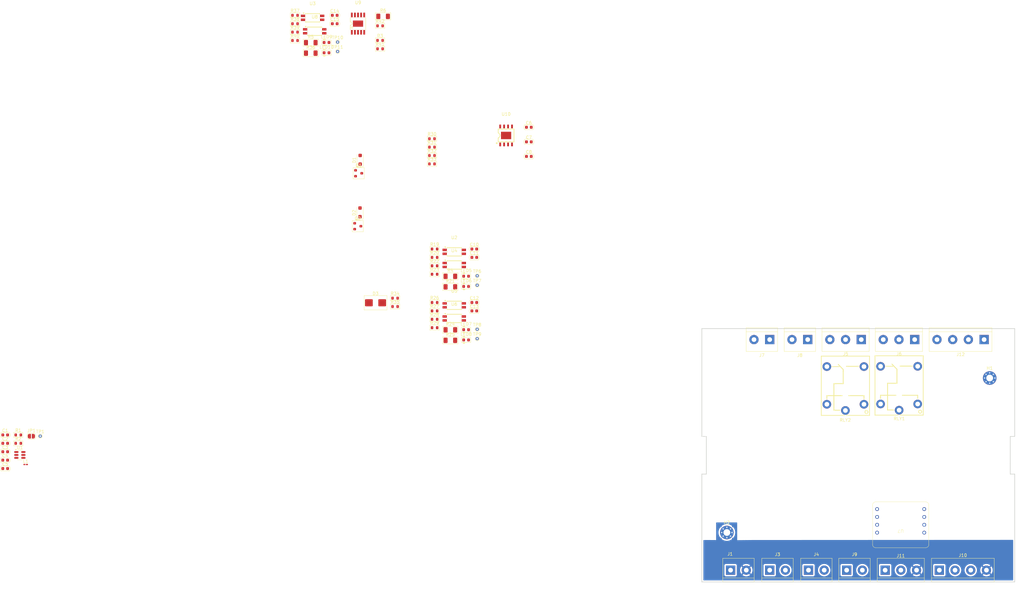
<source format=kicad_pcb>
(kicad_pcb (version 20241229) (generator "pcbnew") (generator_version "9.0")
  (layers (0 "F.Cu" signal) (4 "In1.Cu" signal) (6 "In2.Cu" signal) (2 "B.Cu" signal) (13 "F.Paste" user) (15 "B.Paste" user) (5 "F.SilkS" user "F.Silkscreen") (7 "B.SilkS" user "B.Silkscreen") (1 "F.Mask" user) (3 "B.Mask" user) (25 "Edge.Cuts" user))
  (net 0 "")
  (net 1 "VCC")
  (net 2 "GND")
  (net 3 "Net-(U1-BST)")
  (net 4 "Net-(U1-SW)")
  (net 5 "Net-(U1-FB)")
  (net 6 "Net-(JP1-A)")
  (net 7 "/NIVARA_BOARD/ESP32 S3/A_IN0_10")
  (net 8 "/NIVARA_BOARD/ESP32 S3/A_IN0_32")
  (net 9 "/NIVARA_BOARD/ESP32 S3/NPN_IN1")
  (net 10 "/NIVARA_BOARD/ESP32 S3/NPN_IN2")
  (net 11 "Net-(D1-A)")
  (net 12 "Net-(D2-A)")
  (net 15 "/NIVARA_BOARD/RS_B")
  (net 16 "/NIVARA_BOARD/RS_A")
  (net 17 "/NIVARA_BOARD/NPN_IN2")
  (net 18 "/NIVARA_BOARD/NPN_IN1")
  (net 19 "/NIVARA_BOARD/PNP_IN1")
  (net 20 "/NIVARA_BOARD/PNP_IN2")
  (net 21 "/NIVARA_BOARD/REL_COM2")
  (net 22 "/NIVARA_BOARD/REL_NO2")
  (net 23 "/NIVARA_BOARD/REL_NC2")
  (net 24 "/NIVARA_BOARD/REL_COM1")
  (net 25 "/NIVARA_BOARD/REL_NO1")
  (net 26 "/NIVARA_BOARD/REL_NC1")
  (net 27 "/NIVARA_BOARD/NPN_OUT1")
  (net 28 "/NIVARA_BOARD/NPN_OUT2")
  (net 29 "/NIVARA_BOARD/PNP_OUT1")
  (net 30 "/NIVARA_BOARD/PNP_OUT2")
  (net 31 "+3V3")
  (net 32 "Net-(LED5-A)")
  (net 33 "Net-(LED6-A)")
  (net 34 "Net-(LED7-A)")
  (net 35 "Net-(LED8-A)")
  (net 36 "Net-(Q1-B)")
  (net 37 "Net-(Q2-B)")
  (net 38 "Net-(U2-A{slash}C)")
  (net 39 "Net-(U4-A{slash}C)")
  (net 40 "Net-(U5-A{slash}C)")
  (net 41 "Net-(U6-A{slash}C)")
  (net 42 "/NIVARA_BOARD/RELAY/EN1")
  (net 43 "/NIVARA_BOARD/RELAY/EN2")
  (net 44 "Net-(U7-VO)")
  (net 45 "Net-(U7-RGND)")
  (net 46 "/NIVARA_BOARD/ESP32 S3/PNP_IN1")
  (net 47 "/NIVARA_BOARD/ESP32 S3/PNP_IN2")
  (net 48 "/NIVARA_BOARD/ESP32 S3/D_IN1")
  (net 49 "/NIVARA_BOARD/ESP32 S3/D_IN2")
  (net 50 "/NIVARA_BOARD/D_IN2")
  (net 51 "/NIVARA_BOARD/D_IN1")
  (net 52 "/NIVARA_BOARD/A_IN0_10")
  (net 53 "/NIVARA_BOARD/A_IN0_32")
  (net 54 "/NIVARA_BOARD/A_IN4_20")
  (net 55 "/NIVARA_BOARD/A_OUT0_05")
  (net 56 "/NIVARA_BOARD/A_OUT4_20")
  (net 57 "/NIVARA_BOARD/A_OUT0_10")
  (net 58 "Net-(LED9-A)")
  (net 59 "Net-(LED10-A)")
  (net 60 "/NIVARA_BOARD/ESP32 S3/RX")
  (net 61 "Net-(U3-A{slash}C)")
  (net 62 "/NIVARA_BOARD/ESP32 S3/TX")
  (net 63 "Net-(U8-A{slash}C)")
  (net 64 "/NIVARA_BOARD/OUT A 4-20mA/A0")
  (net 68 "/NIVARA_BOARD/OUT A 4-20mA/A1")
  (net 69 "/NIVARA_BOARD/OUT A 4-20mA/SLCK")
  (net 70 "/NIVARA_BOARD/OUT A 4-20mA/A2")
  (net 71 "/NIVARA_BOARD/OUT A 4-20mA/SDA")
  (net 73 "/NIVARA_BOARD/OUT A 0-10V/SDA")
  (net 77 "/NIVARA_BOARD/OUT A 0-10V/SCLK")
  (footprint "PCM_Capacitor_SMD_AKL:C_0603_1608Metric" (layer "F.Cu") (at 5.8414 -0.414799)
    (property "Reference" "C7" (at 0 -1.43 0) (layer "F.SilkS"))
    (property "Value" "100nF" (hide yes))
    (pad "1" smd roundrect (at -0.775 0) (size 0.9 0.95) (layers "F.Cu" "F.Mask" "F.Paste") (net 2 "GND"))
    (pad "2" smd roundrect (at 0.775 0) (size 0.9 0.95) (layers "F.Cu" "F.Mask" "F.Paste") (net 8 "/NIVARA_BOARD/ESP32 S3/A_IN0_32"))
  )
  (footprint "PCM_Package_TO_SOT_SMD_AKL:SOT-23" (layer "F.Cu") (at -49.2008 9.754601)
    (property "Reference" "Q1" (at 0 -2.5 0) (layer "F.SilkS"))
    (property "Value" "PMBT3904" (hide yes))
    (pad "1" smd roundrect (at -1 -0.95) (size 0.9 0.8) (layers "F.Cu" "F.Mask" "F.Paste") (net 36 "Net-(Q1-B)"))
    (pad "2" smd roundrect (at -1 0.95) (size 0.9 0.8) (layers "F.Cu" "F.Mask" "F.Paste") (net 2 "GND"))
    (pad "3" smd roundrect (at 1 0) (size 0.9 0.8) (layers "F.Cu" "F.Mask" "F.Paste") (net 11 "Net-(D1-A)"))
  )
  (footprint "PCM_Resistor_SMD_AKL:R_0603_1608Metric" (layer "F.Cu") (at -24.6378 42.432801)
    (property "Reference" "R23" (at 0 -1.5 0) (layer "F.SilkS"))
    (property "Value" "?" (hide yes))
    (pad "1" smd roundrect (at -0.825 0) (size 0.8 0.95) (layers "F.Cu" "F.Mask" "F.Paste") (net 31 "+3V3"))
    (pad "2" smd roundrect (at 0.825 0) (size 0.8 0.95) (layers "F.Cu" "F.Mask" "F.Paste") (net 33 "Net-(LED6-A)"))
  )
  (footprint "Jumper:SolderJumper-2_P1.3mm_Open_RoundedPad1.0x1.5mm" (layer "F.Cu") (at -155.0441 94.865601)
    (property "Reference" "JP1" (at 0 -1.8 0) (layer "F.SilkS"))
    (property "Value" "SolderJumper_2_Open")
    (pad "1" smd custom (at -0.65 0) (size 1 0.5) (layers "F.Cu" "F.Mask") (net 6 "Net-(JP1-A)") (options (clearance outline) (anchor rect)) (primitives (gr_circle (center 0 0.25) (end 0.5 0.25) (width 0) (fill yes)) (gr_circle (center 0 -0.25) (end 0.5 -0.25) (width 0) (fill yes)) (gr_poly (pts (xy 0.5 0.75) (xy 0 0.75) (xy 0 -0.75) (xy 0.5 -0.75)) (width 0) (fill yes))))
    (pad "2" smd custom (at 0.65 0) (size 1 0.5) (layers "F.Cu" "F.Mask") (net 31 "+3V3") (options (clearance outline) (anchor rect)) (primitives (gr_circle (center 0 0.25) (end 0.5 0.25) (width 0) (fill yes)) (gr_circle (center 0 -0.25) (end 0.5 -0.25) (width 0) (fill yes)) (gr_poly (pts (xy 0 0.75) (xy -0.5 0.75) (xy -0.5 -0.75) (xy 0 -0.75)) (width 0) (fill yes))))
  )
  (footprint "PCM_Capacitor_SMD_AKL:C_0603_1608Metric" (layer "F.Cu") (at -11.797861 34.272803)
    (property "Reference" "C10" (at 0 -1.43 0) (layer "F.SilkS"))
    (property "Value" "C_0603" (hide yes))
    (pad "1" smd roundrect (at -0.775 0) (size 0.9 0.95) (layers "F.Cu" "F.Mask" "F.Paste") (net 9 "/NIVARA_BOARD/ESP32 S3/NPN_IN1"))
    (pad "2" smd roundrect (at 0.775 0) (size 0.9 0.95) (layers "F.Cu" "F.Mask" "F.Paste") (net 2 "GND"))
  )
  (footprint "PCM_Capacitor_SMD_AKL:C_0603_1608Metric" (layer "F.Cu") (at -11.797861 54.302807)
    (property "Reference" "C13" (at 0 -1.43 0) (layer "F.SilkS"))
    (property "Value" "C_0603" (hide yes))
    (pad "1" smd roundrect (at -0.775 0) (size 0.9 0.95) (layers "F.Cu" "F.Mask" "F.Paste") (net 47 "/NIVARA_BOARD/ESP32 S3/PNP_IN2"))
    (pad "2" smd roundrect (at 0.775 0) (size 0.9 0.95) (layers "F.Cu" "F.Mask" "F.Paste") (net 2 "GND"))
  )
  (footprint "PCM_Resistor_SMD_AKL:R_0603_1608Metric" (layer "F.Cu") (at -42.2694 -37.969799)
    (property "Reference" "R42" (at 0 -1.5 0) (layer "F.SilkS"))
    (property "Value" "10K" (hide yes))
    (pad "1" smd roundrect (at -0.825 0) (size 0.8 0.95) (layers "F.Cu" "F.Mask" "F.Paste") (net 53 "/NIVARA_BOARD/A_IN0_32"))
    (pad "2" smd roundrect (at 0.825 0) (size 0.8 0.95) (layers "F.Cu" "F.Mask" "F.Paste") (net 8 "/NIVARA_BOARD/ESP32 S3/A_IN0_32"))
  )
  (footprint "PCM_Resistor_SMD_AKL:R_0603_1608Metric" (layer "F.Cu") (at -42.2694 -33.249799)
    (property "Reference" "R3" (at 0 -1.5 0) (layer "F.SilkS"))
    (property "Value" "22K" (hide yes))
    (pad "1" smd roundrect (at -0.825 0) (size 0.8 0.95) (layers "F.Cu" "F.Mask" "F.Paste") (net 52 "/NIVARA_BOARD/A_IN0_10"))
    (pad "2" smd roundrect (at 0.825 0) (size 0.8 0.95) (layers "F.Cu" "F.Mask" "F.Paste") (net 7 "/NIVARA_BOARD/ESP32 S3/A_IN0_10"))
  )
  (footprint "PCM_Resistor_SMD_AKL:R_0603_1608Metric" (layer "F.Cu") (at -24.6378 59.742801)
    (property "Reference" "R29" (at 0 -1.5 0) (layer "F.SilkS"))
    (property "Value" "?" (hide yes))
    (pad "1" smd roundrect (at -0.825 0) (size 0.8 0.95) (layers "F.Cu" "F.Mask" "F.Paste") (net 31 "+3V3"))
    (pad "2" smd roundrect (at 0.825 0) (size 0.8 0.95) (layers "F.Cu" "F.Mask" "F.Paste") (net 35 "Net-(LED8-A)"))
  )
  (footprint "PCM_Resistor_SMD_AKL:R_0603_1608Metric" (layer "F.Cu") (at -42.2694 -30.529799)
    (property "Reference" "R41" (at 0 -1.5 0) (layer "F.SilkS"))
    (property "Value" "10K" (hide yes))
    (pad "1" smd roundrect (at -0.825 0) (size 0.8 0.95) (layers "F.Cu" "F.Mask" "F.Paste") (net 7 "/NIVARA_BOARD/ESP32 S3/A_IN0_10"))
    (pad "2" smd roundrect (at 0.825 0) (size 0.8 0.95) (layers "F.Cu" "F.Mask" "F.Paste") (net 2 "GND"))
  )
  (footprint "PCM_Resistor_SMD_AKL:R_0603_1608Metric" (layer "F.Cu") (at -24.6378 34.272801)
    (property "Reference" "R19" (at 0 -1.5 0) (layer "F.SilkS"))
    (property "Value" "10K" (hide yes))
    (pad "1" smd roundrect (at -0.825 0) (size 0.8 0.95) (layers "F.Cu" "F.Mask" "F.Paste") (net 31 "+3V3"))
    (pad "2" smd roundrect (at 0.825 0) (size 0.8 0.95) (layers "F.Cu" "F.Mask" "F.Paste") (net 9 "/NIVARA_BOARD/ESP32 S3/NPN_IN1"))
  )
  (footprint "easyeda2kicad:SSOP-4_L2.7-W4.6-P1.27-LS7.0-TL" (layer "F.Cu") (at -18.2778 56.747801)
    (property "Reference" "U6" (at 0 -4.63 0) (layer "F.SilkS"))
    (property "Value" "AT3H4A-CUH-S")
    (pad "1" smd rect (at -3.1 -0.63 90) (size 0.8 1.4) (layers "F.Cu" "F.Mask" "F.Paste") (net 41 "Net-(U6-A{slash}C)"))
    (pad "2" smd rect (at -3.1 0.63 90) (size 0.8 1.4) (layers "F.Cu" "F.Mask" "F.Paste") (net 1 "VCC"))
    (pad "3" smd rect (at 3.1 0.63 90) (size 0.8 1.4) (layers "F.Cu" "F.Mask" "F.Paste") (net 2 "GND"))
    (pad "4" smd rect (at 3.1 -0.63 90) (size 0.8 1.4) (layers "F.Cu" "F.Mask" "F.Paste") (net 47 "/NIVARA_BOARD/ESP32 S3/PNP_IN2"))
  )
  (footprint "PCM_Capacitor_SMD_AKL:C_0603_1608Metric" (layer "F.Cu") (at -11.797861 36.992807)
    (property "Reference" "C11" (at 0 -1.43 0) (layer "F.SilkS"))
    (property "Value" "C_0603" (hide yes))
    (pad "1" smd roundrect (at -0.775 0) (size 0.9 0.95) (layers "F.Cu" "F.Mask" "F.Paste") (net 10 "/NIVARA_BOARD/ESP32 S3/NPN_IN2"))
    (pad "2" smd roundrect (at 0.775 0) (size 0.9 0.95) (layers "F.Cu" "F.Mask" "F.Paste") (net 2 "GND"))
  )
  (footprint "PCM_Resistor_SMD_AKL:R_0603_1608Metric" (layer "F.Cu") (at -24.6378 57.022801)
    (property "Reference" "R28" (at 0 -1.5 0) (layer "F.SilkS"))
    (property "Value" "?" (hide yes))
    (pad "1" smd roundrect (at -0.825 0) (size 0.8 0.95) (layers "F.Cu" "F.Mask" "F.Paste") (net 31 "+3V3"))
    (pad "2" smd roundrect (at 0.825 0) (size 0.8 0.95) (layers "F.Cu" "F.Mask" "F.Paste") (net 34 "Net-(LED7-A)"))
  )
  (footprint "easyeda2kicad:SSOP-4_L2.7-W4.6-P1.27-LS7.0-TL" (layer "F.Cu") (at -64.0972 -40.553599)
    (property "Reference" "U3" (at 0 -4.63 0) (layer "F.SilkS"))
    (property "Value" "AT3H4A-CUH-S")
    (pad "1" smd rect (at -3.1 -0.63 90) (size 0.8 1.4) (layers "F.Cu" "F.Mask" "F.Paste") (net 61 "Net-(U3-A{slash}C)"))
    (pad "2" smd rect (at -3.1 0.63 90) (size 0.8 1.4) (layers "F.Cu" "F.Mask" "F.Paste") (net 2 "GND"))
    (pad "3" smd rect (at 3.1 0.63 90) (size 0.8 1.4) (layers "F.Cu" "F.Mask" "F.Paste") (net 2 "GND"))
    (pad "4" smd rect (at 3.1 -0.63 90) (size 0.8 1.4) (layers "F.Cu" "F.Mask" "F.Paste") (net 48 "/NIVARA_BOARD/ESP32 S3/D_IN1"))
  )
  (footprint "Package_TO_SOT_SMD:TSOT-23-6" (layer "F.Cu") (at -158.7641 100.930601)
    (property "Reference" "U1" (at 0 -2.4 0) (layer "F.SilkS"))
    (property "Value" "AP63203WU")
    (pad "1" smd roundrect (at -1.1375 -0.95) (size 1.325 0.6) (layers "F.Cu" "F.Mask" "F.Paste") (net 5 "Net-(U1-FB)"))
    (pad "2" smd roundrect (at -1.1375 0) (size 1.325 0.6) (layers "F.Cu" "F.Mask" "F.Paste") (net 1 "VCC"))
    (pad "3" smd roundrect (at -1.1375 0.95) (size 1.325 0.6) (layers "F.Cu" "F.Mask" "F.Paste") (net 1 "VCC"))
    (pad "4" smd roundrect (at 1.1375 0.95) (size 1.325 0.6) (layers "F.Cu" "F.Mask" "F.Paste") (net 2 "GND"))
    (pad "5" smd roundrect (at 1.1375 0) (size 1.325 0.6) (layers "F.Cu" "F.Mask" "F.Paste") (net 4 "Net-(U1-SW)"))
    (pad "6" smd roundrect (at 1.1375 -0.95) (size 1.325 0.6) (layers "F.Cu" "F.Mask" "F.Paste") (net 3 "Net-(U1-BST)"))
  )
  (footprint "TerminalBlock:TerminalBlock_bornier-2_P5.08mm" (layer "F.Cu") (at 83.7308 63.588801 180)
    (property "Reference" "J7" (at 2.54 -5.08 0) (layer "F.SilkS"))
    (property "Value" "O_NPN")
    (pad "1" thru_hole rect (at 0 0 180) (size 3 3) (drill 1.52) (layers "*.Cu" "*.Mask") (net 27 "/NIVARA_BOARD/NPN_OUT1"))
    (pad "2" thru_hole circle (at 5.08 0 180) (size 3 3) (drill 1.52) (layers "*.Cu" "*.Mask") (net 28 "/NIVARA_BOARD/NPN_OUT2"))
  )
  (footprint "PCM_Resistor_SMD_AKL:R_0603_1608Metric" (layer "F.Cu") (at -69.7794 -38.649799)
    (property "Reference" "R38" (at 0 -1.5 0) (layer "F.SilkS"))
    (property "Value" "10K" (hide yes))
    (pad "1" smd roundrect (at -0.825 0) (size 0.8 0.95) (layers "F.Cu" "F.Mask" "F.Paste") (net 31 "+3V3"))
    (pad "2" smd roundrect (at 0.825 0) (size 0.8 0.95) (layers "F.Cu" "F.Mask" "F.Paste") (net 49 "/NIVARA_BOARD/ESP32 S3/D_IN2"))
  )
  (footprint "TestPoint:TestPoint_THTPad_D1.0mm_Drill0.5mm" (layer "F.Cu") (at -10.8628 63.297801)
    (property "Reference" "TP9" (at 0 -1.448 0) (layer "F.SilkS"))
    (property "Value" "TestPoint")
    (pad "1" thru_hole circle (at 0 0) (size 1 1) (drill 0.5) (layers "*.Cu" "*.Mask") (net 46 "/NIVARA_BOARD/ESP32 S3/PNP_IN1"))
  )
  (footprint "TestPoint:TestPoint_THTPad_D1.0mm_Drill0.5mm" (layer "F.Cu") (at -10.8628 45.987801)
    (property "Reference" "TP7" (at 0 -1.448 0) (layer "F.SilkS"))
    (property "Value" "TestPoint")
    (pad "1" thru_hole circle (at 0 0) (size 1 1) (drill 0.5) (layers "*.Cu" "*.Mask") (net 10 "/NIVARA_BOARD/ESP32 S3/NPN_IN2"))
  )
  (footprint "TerminalBlock:TerminalBlock_bornier-2_P5.08mm" (layer "F.Cu") (at 96.0244 63.588801 180)
    (property "Reference" "J8" (at 2.54 -5.08 0) (layer "F.SilkS"))
    (property "Value" "O_PNP")
    (pad "1" thru_hole rect (at 0 0 180) (size 3 3) (drill 1.52) (layers "*.Cu" "*.Mask") (net 29 "/NIVARA_BOARD/PNP_OUT1"))
    (pad "2" thru_hole circle (at 5.08 0 180) (size 3 3) (drill 1.52) (layers "*.Cu" "*.Mask") (net 30 "/NIVARA_BOARD/PNP_OUT2"))
  )
  (footprint "PCM_LED_SMD_AKL:LED_0603_1608Metric" (layer "F.Cu") (at -59.5894 -32.569799)
    (property "Reference" "LED9" (at 0 -1.83 0) (layer "F.SilkS"))
    (property "Value" "LED_0603_Green" (hide yes))
    (pad "1" smd roundrect (at -0.7875 0) (size 0.875 0.95) (layers "F.Cu" "F.Mask" "F.Paste") (net 48 "/NIVARA_BOARD/ESP32 S3/D_IN1"))
    (pad "2" smd roundrect (at 0.7875 0) (size 0.875 0.95) (layers "F.Cu" "F.Mask" "F.Paste") (net 58 "Net-(LED9-A)"))
  )
  (footprint "PCM_Capacitor_SMD_AKL:C_0603_1608Metric" (layer "F.Cu") (at -163.509161 94.450603)
    (property "Reference" "C1" (at 0 -1.43 0) (layer "F.SilkS"))
    (property "Value" "10uF" (hide yes))
    (pad "1" smd roundrect (at -0.775 0) (size 0.9 0.95) (layers "F.Cu" "F.Mask" "F.Paste") (net 1 "VCC"))
    (pad "2" smd roundrect (at 0.775 0) (size 0.9 0.95) (layers "F.Cu" "F.Mask" "F.Paste") (net 2 "GND"))
  )
  (footprint "TerminalBlock:TerminalBlock_bornier-3_P5.08mm" (layer "F.Cu") (at 130.6192 63.588801 180)
    (property "Reference" "J6" (at 5.05 -4.65 0) (layer "F.SilkS"))
    (property "Value" "RELAY_2")
    (pad "1" thru_hole rect (at 0 0 180) (size 3 3) (drill 1.52) (layers "*.Cu" "*.Mask") (net 25 "/NIVARA_BOARD/REL_NO1"))
    (pad "2" thru_hole circle (at 5.08 0 180) (size 3 3) (drill 1.52) (layers "*.Cu" "*.Mask") (net 24 "/NIVARA_BOARD/REL_COM1"))
    (pad "3" thru_hole circle (at 10.16 0 180) (size 3 3) (drill 1.52) (layers "*.Cu" "*.Mask") (net 26 "/NIVARA_BOARD/REL_NC1"))
  )
  (footprint "easyeda2kicad:SSOP-4_L2.7-W4.6-P1.27-LS7.0-TL" (layer "F.Cu") (at -18.2778 52.497801)
    (property "Reference" "U5" (at 0 -4.63 0) (layer "F.SilkS"))
    (property "Value" "AT3H4A-CUH-S")
    (pad "1" smd rect (at -3.1 -0.63 90) (size 0.8 1.4) (layers "F.Cu" "F.Mask" "F.Paste") (net 40 "Net-(U5-A{slash}C)"))
    (pad "2" smd rect (at -3.1 0.63 90) (size 0.8 1.4) (layers "F.Cu" "F.Mask" "F.Paste") (net 1 "VCC"))
    (pad "3" smd rect (at 3.1 0.63 90) (size 0.8 1.4) (layers "F.Cu" "F.Mask" "F.Paste") (net 2 "GND"))
    (pad "4" smd rect (at 3.1 -0.63 90) (size 0.8 1.4) (layers "F.Cu" "F.Mask" "F.Paste") (net 46 "/NIVARA_BOARD/ESP32 S3/PNP_IN1"))
  )
  (footprint "PCM_Capacitor_SMD_AKL:C_0603_1608Metric" (layer "F.Cu") (at -11.797861 51.582803)
    (property "Reference" "C12" (at 0 -1.43 0) (layer "F.SilkS"))
    (property "Value" "C_0603" (hide yes))
    (pad "1" smd roundrect (at -0.775 0) (size 0.9 0.95) (layers "F.Cu" "F.Mask" "F.Paste") (net 46 "/NIVARA_BOARD/ESP32 S3/PNP_IN1"))
    (pad "2" smd roundrect (at 0.775 0) (size 0.9 0.95) (layers "F.Cu" "F.Mask" "F.Paste") (net 2 "GND"))
  )
  (footprint "PCM_Resistor_SMD_AKL:R_1206_3216Metric_Pad1.30x1.75mm_HandSolder" (layer "F.Cu") (at -19.5413 63.831801)
    (property "Reference" "R25" (at 0 -1.905 0) (layer "F.SilkS"))
    (property "Value" "1K")
    (pad "1" smd roundrect (at -1.55 0) (size 1.3 1.75) (layers "F.Cu" "F.Mask" "F.Paste") (roundrect_rratio 0.192308) (net 41 "Net-(U6-A{slash}C)"))
    (pad "2" smd roundrect (at 1.55 0) (size 1.3 1.75) (layers "F.Cu" "F.Mask" "F.Paste") (roundrect_rratio 0.192308) (net 20 "/NIVARA_BOARD/PNP_IN2"))
  )
  (footprint "PCM_Resistor_SMD_AKL:R_0603_1608Metric" (layer "F.Cu") (at -37.4178 50.172801)
    (property "Reference" "R34" (at 0 -1.5 0) (layer "F.SilkS"))
    (property "Value" "47K" (hide yes))
    (pad "1" smd roundrect (at -0.825 0) (size 0.8 0.95) (layers "F.Cu" "F.Mask" "F.Paste") (net 44 "Net-(U7-VO)"))
    (pad "2" smd roundrect (at 0.825 0) (size 0.8 0.95) (layers "F.Cu" "F.Mask" "F.Paste") (net 16 "/NIVARA_BOARD/RS_A"))
  )
  (footprint "PCM_Capacitor_SMD_AKL:C_0603_1608Metric" (layer "F.Cu") (at -163.509161 99.890611)
    (property "Reference" "C3" (at 0 -1.43 0) (layer "F.SilkS"))
    (property "Value" "C_0603" (hide yes))
    (pad "1" smd roundrect (at -0.775 0) (size 0.9 0.95) (layers "F.Cu" "F.Mask" "F.Paste") (net 6 "Net-(JP1-A)"))
    (pad "2" smd roundrect (at 0.775 0) (size 0.9 0.95) (layers "F.Cu" "F.Mask" "F.Paste") (net 5 "Net-(U1-FB)"))
  )
  (footprint "PCM_Resistor_SMD_AKL:R_0603_1608Metric" (layer "F.Cu") (at -25.4878 4.012801)
    (property "Reference" "R32" (at 0 -1.5 0) (layer "F.SilkS"))
    (property "Value" "22K" (hide yes))
    (pad "1" smd roundrect (at -0.825 0) (size 0.8 0.95) (layers "F.Cu" "F.Mask" "F.Paste") (net 43 "/NIVARA_BOARD/RELAY/EN2"))
    (pad "2" smd roundrect (at 0.825 0) (size 0.8 0.95) (layers "F.Cu" "F.Mask" "F.Paste") (net 37 "Net-(Q2-B)"))
  )
  (footprint "PCM_Capacitor_SMD_AKL:C_0603_1608Metric" (layer "F.Cu") (at 5.8414 4.305201)
    (property "Reference" "C8" (at 0 -1.43 0) (layer "F.SilkS"))
    (property "Value" "100nF" (hide yes))
    (pad "1" smd roundrect (at -0.775 0) (size 0.9 0.95) (layers "F.Cu" "F.Mask" "F.Paste") (net 2 "GND"))
    (pad "2" smd roundrect (at 0.775 0) (size 0.9 0.95) (layers "F.Cu" "F.Mask" "F.Paste") (net 54 "/NIVARA_BOARD/A_IN4_20"))
  )
  (footprint "TestPoint:TestPoint_THTPad_D1.0mm_Drill0.5mm" (layer "F.Cu") (at -10.8628 60.247801)
    (property "Reference" "TP8" (at 0 -1.448 0) (layer "F.SilkS"))
    (property "Value" "TestPoint")
    (pad "1" thru_hole circle (at 0 0) (size 1 1) (drill 0.5) (layers "*.Cu" "*.Mask") (net 47 "/NIVARA_BOARD/ESP32 S3/PNP_IN2"))
  )
  (footprint "TestPoint:TestPoint_THTPad_D1.0mm_Drill0.5mm" (layer "F.Cu") (at -10.8628 42.937801)
    (property "Reference" "TP6" (at 0 -1.448 0) (layer "F.SilkS"))
    (property "Value" "TestPoint")
    (pad "1" thru_hole circle (at 0 0) (size 1 1) (drill 0.5) (layers "*.Cu" "*.Mask") (net 9 "/NIVARA_BOARD/ESP32 S3/NPN_IN1"))
  )
  (footprint "PCM_Capacitor_SMD_AKL:C_0603_1608Metric" (layer "F.Cu") (at -163.509161 102.610615)
    (property "Reference" "C4" (at 0 -1.43 0) (layer "F.SilkS"))
    (property "Value" "22uF" (hide yes))
    (pad "1" smd roundrect (at -0.775 0) (size 0.9 0.95) (layers "F.Cu" "F.Mask" "F.Paste") (net 6 "Net-(JP1-A)"))
    (pad "2" smd roundrect (at 0.775 0) (size 0.9 0.95) (layers "F.Cu" "F.Mask" "F.Paste") (net 2 "GND"))
  )
  (footprint "TerminalBlock:TerminalBlock_bornier-3_P5.08mm" (layer "F.Cu") (at 113.3472 63.588801 180)
    (property "Reference" "J5" (at 5.05 -4.65 0) (layer "F.SilkS"))
    (property "Value" "RELAY_1")
    (pad "1" thru_hole rect (at 0 0 180) (size 3 3) (drill 1.52) (layers "*.Cu" "*.Mask") (net 22 "/NIVARA_BOARD/REL_NO2"))
    (pad "2" thru_hole circle (at 5.08 0 180) (size 3 3) (drill 1.52) (layers "*.Cu" "*.Mask") (net 21 "/NIVARA_BOARD/REL_COM2"))
    (pad "3" thru_hole circle (at 10.16 0 180) (size 3 3) (drill 1.52) (layers "*.Cu" "*.Mask") (net 23 "/NIVARA_BOARD/REL_NC2"))
  )
  (footprint "easyeda2kicad:RELAY-TH_SRD-XXVDC-XL-C" (layer "F.Cu") (at 108.222 79.426401 90)
    (property "Reference" "RLY2" (at -10.2228 -0.0564 180) (layer "F.SilkS"))
    (property "Value" "SRD-24VDC-SL-C")
    (pad "1" thru_hole circle (at -5.1 6 270) (size 2.79 2.79) (drill 1.524) (layers "*.Cu" "*.Mask") (net 1 "VCC"))
    (pad "2" thru_hole circle (at 7.1 6 270) (size 2.79 2.79) (drill 1.524) (layers "*.Cu" "*.Mask") (net 22 "/NIVARA_BOARD/REL_NO2"))
    (pad "3" thru_hole circle (at 7.1 -6 270) (size 2.79 2.79) (drill 1.524) (layers "*.Cu" "*.Mask") (net 23 "/NIVARA_BOARD/REL_NC2"))
    (pad "4" thru_hole circle (at -5.1 -6 270) (size 2.79 2.79) (drill 1.524) (layers "*.Cu" "*.Mask") (net 12 "Net-(D2-A)"))
    (pad "5" thru_hole circle (at -7.1 0 270) (size 2.79 2.79) (drill 1.524) (layers "*.Cu" "*.Mask") (net 21 "/NIVARA_BOARD/REL_COM2"))
  )
  (footprint "PCM_Resistor_SMD_AKL:R_1206_3216Metric_Pad1.30x1.75mm_HandSolder" (layer "F.Cu") (at -64.6829 -29.120799)
    (property "Reference" "R36" (at 0 -1.905 0) (layer "F.SilkS"))
    (property "Value" "?")
    (pad "1" smd roundrect (at -1.55 0) (size 1.3 1.75) (layers "F.Cu" "F.Mask" "F.Paste") (roundrect_rratio 0.192308) (net 63 "Net-(U8-A{slash}C)"))
    (pad "2" smd roundrect (at 1.55 0) (size 1.3 1.75) (layers "F.Cu" "F.Mask" "F.Paste") (roundrect_rratio 0.192308) (net 50 "/NIVARA_BOARD/D_IN2"))
  )
  (footprint "PCM_Resistor_SMD_AKL:R_0603_1608Metric" (layer "F.Cu") (at -24.6378 36.992801)
    (property "Reference" "R20" (at 0 -1.5 0) (layer "F.SilkS"))
    (property "Value" "?" (hide yes))
    (pad "1" smd roundrect (at -0.825 0) (size 0.8 0.95) (layers "F.Cu" "F.Mask" "F.Paste") (net 31 "+3V3"))
    (pad "2" smd roundrect (at 0.825 0) (size 0.8 0.95) (layers "F.Cu" "F.Mask" "F.Paste") (net 32 "Net-(LED5-A)"))
  )
  (footprint "easyeda2kicad:SSOP-4_L2.7-W4.6-P1.27-LS7.0-TL" (layer "F.Cu") (at -18.2778 35.187801)
    (property "Reference" "U2" (at 0 -4.63 0) (layer "F.SilkS"))
    (property "Value" "AT3H4A-CUH-S")
    (pad "1" smd rect (at -3.1 -0.63 90) (size 0.8 1.4) (layers "F.Cu" "F.Mask" "F.Paste") (net 38 "Net-(U2-A{slash}C)"))
    (pad "2" smd rect (at -3.1 0.63 90) (size 0.8 1.4) (layers "F.Cu" "F.Mask" "F.Paste") (net 2 "GND"))
    (pad "3" smd rect (at 3.1 0.63 90) (size 0.8 1.4) (layers "F.Cu" "F.Mask" "F.Paste") (net 2 "GND"))
    (pad "4" smd rect (at 3.1 -0.63 90) (size 0.8 1.4) (layers "F.Cu" "F.Mask" "F.Paste") (net 9 "/NIVARA_BOARD/ESP32 S3/NPN_IN1"))
  )
  (footprint "TerminalBlock:TerminalBlock_bornier-2_P5.08mm" (layer "F.Cu") (at 108.6228 138.214001)
    (property "Reference" "J9" (at 2.54 -5.08 0) (layer "F.SilkS"))
    (property "Value" "I_DIG")
    (pad "1" thru_hole rect (at 0 0) (size 3 3) (drill 1.52) (layers "*.Cu" "*.Mask") (net 51 "/NIVARA_BOARD/D_IN1"))
    (pad "2" thru_hole circle (at 5.08 0) (size 3 3) (drill 1.52) (layers "*.Cu" "*.Mask") (net 50 "/NIVARA_BOARD/D_IN2"))
  )
  (footprint "PCM_Capacitor_SMD_AKL:C_0603_1608Metric" (layer "F.Cu") (at 5.8414 -5.134799)
    (property "Reference" "C6" (at 0 -1.43 0) (layer "F.SilkS"))
    (property "Value" "100nF" (hide yes))
    (pad "1" smd roundrect (at -0.775 0) (size 0.9 0.95) (layers "F.Cu" "F.Mask" "F.Paste") (net 2 "GND"))
    (pad "2" smd roundrect (at 0.775 0) (size 0.9 0.95) (layers "F.Cu" "F.Mask" "F.Paste") (net 7 "/NIVARA_BOARD/ESP32 S3/A_IN0_10"))
  )
  (footprint "TerminalBlock:TerminalBlock_bornier-3_P5.08mm" (layer "F.Cu") (at 121.0688 138.214001)
    (property "Reference" "J11" (at 5.05 -4.65 0) (layer "F.SilkS"))
    (property "Value" "RS485")
    (pad "1" thru_hole rect (at 0 0) (size 3 3) (drill 1.52) (layers "*.Cu" "*.Mask") (net 15 "/NIVARA_BOARD/RS_B"))
    (pad "2" thru_hole circle (at 5.08 0) (size 3 3) (drill 1.52) (layers "*.Cu" "*.Mask") (net 16 "/NIVARA_BOARD/RS_A"))
    (pad "3" thru_hole circle (at 10.16 0) (size 3 3) (drill 1.52) (layers "*.Cu" "*.Mask") (net 2 "GND"))
  )
  (footprint "PCM_Resistor_SMD_AKL:R_1206_3216Metric_Pad1.30x1.75mm_HandSolder" (layer "F.Cu") (at -64.6829 -32.526799)
    (property "Reference" "R5" (at 0 -1.905 0) (layer "F.SilkS"))
    (property "Value" "?")
    (pad "1" smd roundrect (at -1.55 0) (size 1.3 1.75) (layers "F.Cu" "F.Mask" "F.Paste") (roundrect_rratio 0.192308) (net 61 "Net-(U3-A{slash}C)"))
    (pad "2" smd roundrect (at 1.55 0) (size 1.3 1.75) (layers "F.Cu" "F.Mask" "F.Paste") (roundrect_rratio 0.192308) (net 51 "/NIVARA_BOARD/D_IN1"))
  )
  (footprint "TestPoint:TestPoint_THTPad_D1.0mm_Drill0.5mm" (layer "F.Cu") (at -56.0044 -32.704799)
    (property "Reference" "TP10" (at 0 -1.448 0) (layer "F.SilkS"))
    (property "Value" "TestPoint")
    (pad "1" thru_hole circle (at 0 0) (size 1 1) (drill 0.5) (layers "*.Cu" "*.Mask") (net 49 "/NIVARA_BOARD/ESP32 S3/D_IN2"))
  )
  (footprint "PCM_LED_SMD_AKL:LED_0603_1608Metric" (layer "F.Cu") (at -59.5894 -29.249799)
    (property "Reference" "LED10" (at 0 -1.83 0) (layer "F.SilkS"))
    (property "Value" "LED_0603_Green" (hide yes))
    (pad "1" smd roundrect (at -0.7875 0) (size 0.875 0.95) (layers "F.Cu" "F.Mask" "F.Paste") (net 49 "/NIVARA_BOARD/ESP32 S3/D_IN2"))
    (pad "2" smd roundrect (at 0.7875 0) (size 0.875 0.95) (layers "F.Cu" "F.Mask" "F.Paste") (net 59 "Net-(LED10-A)"))
  )
  (footprint "TerminalBlock:TerminalBlock_bornier-2_P5.08mm" (layer "F.Cu") (at 71.0816 138.214001)
    (property "Reference" "J1" (at -0.1524 -5.2324 0) (layer "F.SilkS"))
    (property "Value" "Power")
    (pad "1" thru_hole rect (at 0 0) (size 3 3) (drill 1.52) (layers "*.Cu" "*.Mask") (net 1 "VCC"))
    (pad "2" thru_hole circle (at 5.08 0) (size 3 3) (drill 1.52) (layers "*.Cu" "*.Mask") (net 2 "GND"))
  )
  (footprint "TerminalBlock:TerminalBlock_bornier-4_P5.08mm" (layer "F.Cu") (at 153.0728 63.588801 180)
    (property "Reference" "J12" (at 7.6 -4.8 0) (layer "F.SilkS"))
    (property "Value" "O_ANALOG")
    (pad "1" thru_hole rect (at 0 0 180) (size 3 3) (drill 1.52) (layers "*.Cu" "*.Mask") (net 55 "/NIVARA_BOARD/A_OUT0_05"))
    (pad "2" thru_hole circle (at 5.08 0 180) (size 3 3) (drill 1.52) (layers "*.Cu" "*.Mask") (net 57 "/NIVARA_BOARD/A_OUT0_10"))
    (pad "3" thru_hole circle (at 10.16 0 180) (size 3 3) (drill 1.52) (layers "*.Cu" "*.Mask") (net 56 "/NIVARA_BOARD/A_OUT4_20"))
    (pad "4" thru_hole circle (at 15.24 0 180) (size 3 3) (drill 1.52) (layers "*.Cu" "*.Mask") (net 2 "GND"))
  )
  (footprint "PCM_Resistor_SMD_AKL:R_0603_1608Metric" (layer "F.Cu") (at -24.6378 39.712801)
    (property "Reference" "R22" (at 0 -1.5 0) (layer "F.SilkS"))
    (property "Value" "10K" (hide yes))
    (pad "1" smd roundrect (at -0.825 0) (size 0.8 0.95) (layers "F.Cu" "F.Mask" "F.Paste") (net 31 "+3V3"))
    (pad "2" smd roundrect (at 0.825 0) (size 0.8 0.95) (layers "F.Cu" "F.Mask" "F.Paste") (net 10 "/NIVARA_BOARD/ESP32 S3/NPN_IN2"))
  )
  (footprint "PCM_Resistor_SMD_AKL:R_0603_1608Metric" (layer "F.Cu") (at -37.4178 52.892801)
    (property "Reference" "R35" (at 0 -1.5 0) (layer "F.SilkS"))
    (property "Value" "47K" (hide yes))
    (pad "1" smd roundrect (at -0.825 0) (size 0.8 0.95) (layers "F.Cu" "F.Mask" "F.Paste") (net 45 "Net-(U7-RGND)"))
    (pad "2" smd roundrect (at 0.825 0) (size 0.8 0.95) (layers "F.Cu" "F.Mask" "F.Paste") (net 15 "/NIVARA_BOARD/RS_B"))
  )
  (footprint "PCM_Capacitor_SMD_AKL:C_0603_1608Metric" (layer "F.Cu") (at -163.509161 105.330619)
    (property "Reference" "C5" (at 0 -1.43 0) (layer "F.SilkS"))
    (property "Value" "22uF" (hide yes))
    (pad "1" smd roundrect (at -0.775 0) (size 0.9 0.95) (layers "F.Cu" "F.Mask" "F.Paste") (net 6 "Net-(JP1-A)"))
    (pad "2" smd roundrect (at 0.775 0) (size 0.9 0.95) (layers "F.Cu" "F.Mask" "F.Paste") (net 2 "GND"))
  )
  (footprint "PCM_Capacitor_SMD_AKL:C_0603_1608Metric" (layer "F.Cu") (at -56.939461 -38.649793)
    (property "Reference" "C15" (at 0 -1.43 0) (layer "F.SilkS"))
    (property "Value" "C_0603" (hide yes))
    (pad "1" smd roundrect (at -0.775 0) (size 0.9 0.95) (layers "F.Cu" "F.Mask" "F.Paste") (net 49 "/NIVARA_BOARD/ESP32 S3/D_IN2"))
    (pad "2" smd roundrect (at 0.775 0) (size 0.9 0.95) (layers "F.Cu" "F.Mask" "F.Paste") (net 2 "GND"))
  )
  (footprint "TerminalBlock:TerminalBlock_bornier-2_P5.08mm" (layer "F.Cu") (at 83.7308 138.214001)
    (property "Reference" "J3" (at 2.54 -5.08 0) (layer "F.SilkS"))
    (property "Value" "I_NPN")
    (pad "1" thru_hole rect (at 0 0) (size 3 3) (drill 1.52) (layers "*.Cu" "*.Mask") (net 19 "/NIVARA_BOARD/PNP_IN1"))
    (pad "2" thru_hole circle (at 5.08 0) (size 3 3) (drill 1.52) (layers "*.Cu" "*.Mask") (net 20 "/NIVARA_BOARD/PNP_IN2"))
  )
  (footprint "PCM_Resistor_SMD_AKL:R_1206_3216Metric_Pad1.30x1.75mm_HandSolder" (layer "F.Cu") (at -19.5413 43.115801)
    (property "Reference" "R4" (at 0 -1.905 0) (layer "F.SilkS"))
    (property "Value" "1K")
    (pad "1" smd roundrect (at -1.55 0) (size 1.3 1.75) (layers "F.Cu" "F.Mask" "F.Paste") (roundrect_rratio 0.192308) (net 38 "Net-(U2-A{slash}C)"))
    (pad "2" smd roundrect (at 1.55 0) (size 1.3 1.75) (layers "F.Cu" "F.Mask" "F.Paste") (roundrect_rratio 0.192308) (net 18 "/NIVARA_BOARD/NPN_IN1"))
  )
  (footprint "PCM_Resistor_SMD_AKL:R_0603_1608Metric" (layer "F.Cu") (at -69.7794 -35.929799)
    (property "Reference" "R39" (at 0 -1.5 0) (layer "F.SilkS"))
    (property "Value" "?" (hide yes))
    (pad "1" smd roundrect (at -0.825 0) (size 0.8 0.95) (layers "F.Cu" "F.Mask" "F.Paste") (net 31 "+3V3"))
    (pad "2" smd roundrect (at 0.825 0) (size 0.8 0.95) (layers "F.Cu" "F.Mask" "F.Paste") (net 58 "Net-(LED9-A)"))
  )
  (footprint "Inductor_SMD:L_0201_0603Metric_Pad0.64x0.40mm_HandSolder" (layer "F.Cu") (at -156.8841 104.025601)
    (property "Reference" "L1" (at 0 -1.05 0) (layer "F.SilkS"))
    (property "Value" "L_Iron")
    (pad "1" smd roundrect (at -0.4075 0) (size 0.635 0.4) (layers "F.Cu" "F.Mask") (net 4 "Net-(U1-SW)"))
    (pad "2" smd roundrect (at 0.4075 0) (size 0.635 0.4) (layers "F.Cu" "F.Mask") (net 6 "Net-(JP1-A)"))
  )
  (footprint "PCM_Resistor_SMD_AKL:R_0603_1608Metric" (layer "F.Cu") (at -159.2791 97.170601)
    (property "Reference" "R2" (at 0 -1.5 0) (layer "F.SilkS"))
    (property "Value" "22K" (hide yes))
    (pad "1" smd roundrect (at -0.825 0) (size 0.8 0.95) (layers "F.Cu" "F.Mask" "F.Paste") (net 5 "Net-(U1-FB)"))
    (pad "2" smd roundrect (at 0.825 0) (size 0.8 0.95) (layers "F.Cu" "F.Mask" "F.Paste") (net 2 "GND"))
  )
  (footprint "PCM_Resistor_SMD_AKL:R_1206_3216Metric_Pad1.30x1.75mm_HandSolder" (layer "F.Cu") (at -19.5413 46.521801)
    (property "Reference" "R21" (at 0 -1.905 0) (layer "F.SilkS"))
    (property "Value" "1K")
    (pad "1" smd roundrect (at -1.55 0) (size 1.3 1.75) (layers "F.Cu" "F.Mask" "F.Paste") (roundrect_rratio 0.192308) (net 39 "Net-(U4-A{slash}C)"))
    (pad "2" smd roundrect (at 1.55 0) (size 1.3 1.75) (layers "F.Cu" "F.Mask" "F.Paste") (roundrect_rratio 0.192308) (net 17 "/NIVARA_BOARD/NPN_IN2"))
  )
  (footprint "PCM_Capacitor_SMD_AKL:C_0603_1608Metric" (layer "F.Cu") (at -163.509161 97.170607)
    (property "Reference" "C2" (at 0 -1.43 0) (layer "F.SilkS"))
    (property "Value" "100nF" (hide yes))
    (pad "1" smd roundrect (at -0.775 0) (size 0.9 0.95) (layers "F.Cu" "F.Mask" "F.Paste") (net 3 "Net-(U1-BST)"))
    (pad "2" smd roundrect (at 0.775 0) (size 0.9 0.95) (layers "F.Cu" "F.Mask" "F.Paste") (net 4 "Net-(U1-SW)"))
  )
  (footprint "easyeda2kicad:SSOP-4_L2.7-W4.6-P1.27-LS7.0-TL" (layer "F.Cu") (at -18.2778 39.437801)
    (property "Reference" "U4" (at 0 -4.63 0) (layer "F.SilkS"))
    (property "Value" "AT3H4A-CUH-S")
    (pad "1" smd rect (at -3.1 -0.63 90) (size 0.8 1.4) (layers "F.Cu" "F.Mask" "F.Paste") (net 39 "Net-(U4-A{slash}C)"))
    (pad "2" smd rect (at -3.1 0.63 90) (size 0.8 1.4) (layers "F.Cu" "F.Mask" "F.Paste") (net 2 "GND"))
    (pad "3" smd rect (at 3.1 0.63 90) (size 0.8 1.4) (layers "F.Cu" "F.Mask" "F.Paste") (net 2 "GND"))
    (pad "4" smd rect (at 3.1 -0.63 90) (size 0.8 1.4) (layers "F.Cu" "F.Mask" "F.Paste") (net 10 "/NIVARA_BOARD/ESP32 S3/NPN_IN2"))
  )
  (footprint "easyeda2kicad:SSOP-4_L2.7-W4.6-P1.27-LS7.0-TL" (layer "F.Cu") (at -63.4194 -36.204799)
    (property "Reference" "U8" (at 0 -4.63 0) (layer "F.SilkS"))
    (property "Value" "AT3H4A-CUH-S")
    (pad "1" smd rect (at -3.1 -0.63 90) (size 0.8 1.4) (layers "F.Cu" "F.Mask" "F.Paste") (net 63 "Net-(U8-A{slash}C)"))
    (pad "2" smd rect (at -3.1 0.63 90) (size 0.8 1.4) (layers "F.Cu" "F.Mask" "F.Paste") (net 2 "GND"))
    (pad "3" smd rect (at 3.1 0.63 90) (size 0.8 1.4) (layers "F.Cu" "F.Mask" "F.Paste") (net 2 "GND"))
    (pad "4" smd rect (at 3.1 -0.63 90) (size 0.8 1.4) (layers "F.Cu" "F.Mask" "F.Paste") (net 49 "/NIVARA_BOARD/ESP32 S3/D_IN2"))
  )
  (footprint "PCM_Capacitor_SMD_AKL:C_0603_1608Metric" (layer "F.Cu") (at -56.939461 -41.369797)
    (property "Reference" "C14" (at 0 -1.43 0) (layer "F.SilkS"))
    (property "Value" "C_0603" (hide yes))
    (pad "1" smd roundrect (at -0.775 0) (size 0.9 0.95) (layers "F.Cu" "F.Mask" "F.Paste") (net 48 "/NIVARA_BOARD/ESP32 S3/D_IN1"))
    (pad "2" smd roundrect (at 0.775 0) (size 0.9 0.95) (layers "F.Cu" "F.Mask" "F.Paste") (net 2 "GND"))
  )
  (footprint "PCM_Resistor_SMD_AKL:R_1206_3216Metric_Pad1.30x1.75mm_HandSolder" (layer "F.Cu") (at -41.2929 -41.026799)
    (property "Reference" "R6" (at 0 -1.905 0) (layer "F.SilkS"))
    (property "Value" "1K")
    (pad "1" smd roundrect (at -1.55 0) (size 1.3 1.75) (layers "F.Cu" "F.Mask" "F.Paste") (roundrect_rratio 0.192308) (net 2 "GND"))
    (pad "2" smd roundrect (at 1.55 0) (size 1.3 1.75) (layers "F.Cu" "F.Mask" "F.Paste") (roundrect_rratio 0.192308) (net 8 "/NIVARA_BOARD/ESP32 S3/A_IN0_32"))
  )
  (footprint "PCM_Diode_SMD_AKL:D_SMB_TVS" (layer "F.Cu") (at -43.7378 51.672801)
    (property "Reference" "D3" (at 0 -2.9845 0) (layer "F.SilkS"))
    (property "Value" "SMBJ12CA" (hide yes))
    (pad "1" smd roundrect (at -2.15 0) (size 2.5 2.3) (layers "F.Cu" "F.Mask" "F.Paste") (roundrect_rratio 0.1086956522))
    (pad "2" smd roundrect (at 2.15 0) (size 2.5 2.3) (layers "F.Cu" "F.Mask" "F.Paste") (roundrect_rratio 0.1086956522))
  )
  (footprint "PCM_Resistor_SMD_AKL:R_0603_1608Metric" (layer "F.Cu") (at -159.2791 94.450601)
    (property "Reference" "R1" (at 0 -1.5 0) (layer "F.SilkS"))
    (property "Value" "22K" (hide yes))
    (pad "1" smd roundrect (at -0.825 0) (size 0.8 0.95) (layers "F.Cu" "F.Mask" "F.Paste") (net 6 "Net-(JP1-A)"))
    (pad "2" smd roundrect (at 0.825 0) (size 0.8 0.95) (layers "F.Cu" "F.Mask" "F.Paste") (net 5 "Net-(U1-FB)"))
  )
  (footprint "TestPoint:TestPoint_THTPad_D1.0mm_Drill0.5mm" (layer "F.Cu") (at -152.1844 94.830801)
    (property "Reference" "TP1" (at 0 -1.448 0) (layer "F.SilkS"))
    (property "Value" "TestPoint")
    (pad "1" thru_hole circle (at 0 0) (size 1 1) (drill 0.5) (layers "*.Cu" "*.Mask") (net 31 "+3V3"))
  )
  (footprint "PCM_Resistor_SMD_AKL:R_0603_1608Metric" (layer "F.Cu") (at -69.7794 -33.209799)
    (property "Reference" "R40" (at 0 -1.5 0) (layer "F.SilkS"))
    (property "Value" "?" (hide yes))
    (pad "1" smd roundrect (at -0.825 0) (size 0.8 0.95) (layers "F.Cu" "F.Mask" "F.Paste") (net 31 "+3V3"))
    (pad "2" smd roundrect (at 0.825 0) (size 0.8 0.95) (layers "F.Cu" "F.Mask" "F.Paste") (net 59 "Net-(LED10-A)"))
  )
  (footprint "PCM_LED_SMD_AKL:LED_0603_1608Metric" (layer "F.Cu") (at -14.4478 60.382801)
    (property "Reference" "LED7" (at 0 -1.83 0) (layer "F.SilkS"))
    (property "Value" "LED_0603_Green" (hide yes))
    (pad "1" smd roundrect (at -0.7875 0) (size 0.875 0.95) (layers "F.Cu" "F.Mask" "F.Paste") (net 46 "/NIVARA_BOARD/ESP32 S3/PNP_IN1"))
    (pad "2" smd roundrect (at 0.7875 0) (size 0.875 0.95) (layers "F.Cu" "F.Mask" "F.Paste") (net 34 "Net-(LED7-A)"))
  )
  (footprint "MountingHole:MountingHole_2.2mm_M2_Pad_Via" (layer "F.Cu") (at 154.8772 76.032001)
    (property "Reference" "H1" (at 0 -3.2 0) (layer "F.SilkS"))
    (property "Value" "MountingHole_Pad")
    (pad "1" thru_hole circle (at -1.65 0) (size 0.7 0.7) (drill 0.4) (layers "*.Cu" "*.Mask") (net 2 "GND"))
    (pad "1" thru_hole circle (at -1.166726 -1.166726) (size 0.7 0.7) (drill 0.4) (layers "*.Cu" "*.Mask") (net 2 "GND"))
    (pad "1" thru_hole circle (at -1.166726 1.166726) (size 0.7 0.7) (drill 0.4) (layers "*.Cu" "*.Mask") (net 2 "GND"))
    (pad "1" thru_hole circle (at 0 -1.65) (size 0.7 0.7) (drill 0.4) (layers "*.Cu" "*.Mask") (net 2 "GND"))
    (pad "1" thru_hole circle (at 0 0) (size 4.4 4.4) (drill 2.2) (layers "*.Cu" "*.Mask") (net 2 "GND"))
    (pad "1" thru_hole circle (at 0 1.65) (size 0.7 0.7) (drill 0.4) (layers "*.Cu" "*.Mask") (net 2 "GND"))
    (pad "1" thru_hole circle (at 1.166726 -1.166726) (size 0.7 0.7) (drill 0.4) (layers "*.Cu" "*.Mask") (net 2 "GND"))
    (pad "1" thru_hole circle (at 1.166726 1.166726) (size 0.7 0.7) (drill 0.4) (layers "*.Cu" "*.Mask") (net 2 "GND"))
    (pad "1" thru_hole circle (at 1.65 0) (size 0.7 0.7) (drill 0.4) (layers "*.Cu" "*.Mask") (net 2 "GND"))
  )
  (footprint "PCM_LED_SMD_AKL:LED_0603_1608Metric" (layer "F.Cu") (at -14.4478 63.702801)
    (property "Reference" "LED8" (at 0 -1.83 0) (layer "F.SilkS"))
    (property "Value" "LED_0603_Green" (hide yes))
    (pad "1" smd roundrect (at -0.7875 0) (size 0.875 0.95) (layers "F.Cu" "F.Mask" "F.Paste") (net 47 "/NIVARA_BOARD/ESP32 S3/PNP_IN2"))
    (pad "2" smd roundrect (at 0.7875 0) (size 0.875 0.95) (layers "F.Cu" "F.Mask" "F.Paste") (net 35 "Net-(LED8-A)"))
  )
  (footprint "MountingHole:MountingHole_2.2mm_M2_Pad_Via" (layer "F.Cu") (at 69.8772 126.032001)
    (property "Reference" "H2" (at 0 -3.2 0) (layer "F.SilkS"))
    (property "Value" "MountingHole_Pad")
    (pad "1" thru_hole circle (at -1.65 0) (size 0.7 0.7) (drill 0.4) (layers "*.Cu" "*.Mask") (net 2 "GND"))
    (pad "1" thru_hole circle (at -1.166726 -1.166726) (size 0.7 0.7) (drill 0.4) (layers "*.Cu" "*.Mask") (net 2 "GND"))
    (pad "1" thru_hole circle (at -1.166726 1.166726) (size 0.7 0.7) (drill 0.4) (layers "*.Cu" "*.Mask") (net 2 "GND"))
    (pad "1" thru_hole circle (at 0 -1.65) (size 0.7 0.7) (drill 0.4) (layers "*.Cu" "*.Mask") (net 2 "GND"))
    (pad "1" thru_hole circle (at 0 0) (size 4.4 4.4) (drill 2.2) (layers "*.Cu" "*.Mask") (net 2 "GND"))
    (pad "1" thru_hole circle (at 0 1.65) (size 0.7 0.7) (drill 0.4) (layers "*.Cu" "*.Mask") (net 2 "GND"))
    (pad "1" thru_hole circle (at 1.166726 -1.166726) (size 0.7 0.7) (drill 0.4) (layers "*.Cu" "*.Mask") (net 2 "GND"))
    (pad "1" thru_hole circle (at 1.166726 1.166726) (size 0.7 0.7) (drill 0.4) (layers "*.Cu" "*.Mask") (net 2 "GND"))
    (pad "1" thru_hole circle (at 1.65 0) (size 0.7 0.7) (drill 0.4) (layers "*.Cu" "*.Mask") (net 2 "GND"))
  )
  (footprint "PCM_LED_SMD_AKL:LED_0603_1608Metric" (layer "F.Cu") (at -14.4478 43.072801)
    (property "Reference" "LED5" (at 0 -1.83 0) (layer "F.SilkS"))
    (property "Value" "LED_0603_Green" (hide yes))
    (pad "1" smd roundrect (at -0.7875 0) (size 0.875 0.95) (layers "F.Cu" "F.Mask" "F.Paste") (net 9 "/NIVARA_BOARD/ESP32 S3/NPN_IN1"))
    (pad "2" smd roundrect (at 0.7875 0) (size 0.875 0.95) (layers "F.Cu" "F.Mask" "F.Paste") (net 32 "Net-(LED5-A)"))
  )
  (footprint "PCM_Resistor_SMD_AKL:R_0603_1608Metric" (layer "F.Cu") (at -24.6378 54.302801)
    (property "Reference" "R27" (at 0 -1.5 0) (layer "F.SilkS"))
    (property "Value" "10K" (hide yes))
    (pad "1" smd roundrect (at -0.825 0) (size 0.8 0.95) (layers "F.Cu" "F.Mask" "F.Paste") (net 31 "+3V3"))
    (pad "2" smd roundrect (at 0.825 0) (size 0.8 0.95) (layers "F.Cu" "F.Mask" "F.Paste") (net 47 "/NIVARA_BOARD/ESP32 S3/PNP_IN2"))
  )
  (footprint "easyeda2kicad:ESOP-10_L4.9-W3.9-P1.00-LS6.1-BL-EP" (layer "F.Cu") (at -49.4044 -38.679799)
    (property "Reference" "U9" (at 0 -6.8 0) (layer "F.SilkS"))
    (property "Value" "GP8303-TC50-EW")
    (pad "1" smd rect (at -2 2.8 90) (size 1.5 0.6) (layers "F.Cu" "F.Mask" "F.Paste") (net 69 "/NIVARA_BOARD/OUT A 4-20mA/SLCK"))
    (pad "2" smd rect (at -1 2.8 90) (size 1.5 0.6) (layers "F.Cu" "F.Mask" "F.Paste") (net 71 "/NIVARA_BOARD/OUT A 4-20mA/SDA"))
    (pad "3" smd rect (at 0 2.8 90) (size 1.5 0.6) (layers "F.Cu" "F.Mask" "F.Paste") (net 64 "/NIVARA_BOARD/OUT A 4-20mA/A0"))
    (pad "4" smd rect (at 1 2.8 90) (size 1.5 0.6) (layers "F.Cu" "F.Mask" "F.Paste") (net 68 "/NIVARA_BOARD/OUT A 4-20mA/A1"))
    (pad "5" smd rect (at 2 2.8 90) (size 1.5 0.6) (layers "F.Cu" "F.Mask" "F.Paste") (net 1 "VCC"))
    (pad "6" smd rect (at 2 -2.8 90) (size 1.5 0.6) (layers "F.Cu" "F.Mask" "F.Paste"))
    (pad "7" smd rect (at 1 -2.8 90) (size 1.5 0.6) (layers "F.Cu" "F.Mask" "F.Paste"))
    (pad "8" smd rect (at 0 -2.8 90) (size 1.5 0.6) (layers "F.Cu" "F.Mask" "F.Paste") (net 56 "/NIVARA_BOARD/A_OUT4_20"))
    (pad "9" smd rect (at -1 -2.8 90) (size 1.5 0.6) (layers "F.Cu" "F.Mask" "F.Paste") (net 70 "/NIVARA_BOARD/OUT A 4-20mA/A2"))
    (pad "10" smd rect (at -2 -2.8 90) (size 1.5 0.6) (layers "F.Cu" "F.Mask" "F.Paste"))
    (pad "11" smd rect (at 0 0 180) (size 3.3 2) (layers "F.Cu" "F.Mask" "F.Paste"))
  )
  (footprint "TerminalBlock:TerminalBlock_bornier-4_P5.08mm" (layer "F.Cu") (at 138.5948 138.214001)
    (property "Reference" "J10" (at 7.6 -4.8 0) (layer "F.SilkS"))
    (property "Value" "I_ANALOG")
    (pad "1" thru_hole rect (at 0 0) (size 3 3) (drill 1.52) (layers "*.Cu" "*.Mask") (net 52 "/NIVARA_BOARD/A_IN0_10"))
    (pad "2" thru_hole circle (at 5.08 0) (size 3 3) (drill 1.52) (layers "*.Cu" "*.Mask") (net 53 "/NIVARA_BOARD/A_IN0_32"))
    (pad "3" thru_hole circle (at 10.16 0) (size 3 3) (drill 1.52) (layers "*.Cu" "*.Mask") (net 54 "/NIVARA_BOARD/A_IN4_20"))
    (pad "4" thru_hole circle (at 15.24 0) (size 3 3) (drill 1.52) (layers "*.Cu" "*.Mask") (net 2 "GND"))
  )
  (footprint "TerminalBlock:TerminalBlock_bornier-2_P5.08mm" (layer "F.Cu") (at 96.2784 138.214001)
    (property "Reference" "J4" (at 2.54 -5.08 0) (layer "F.SilkS"))
    (property "Value" "I_PNP")
    (pad "1" thru_hole rect (at 0 0) (size 3 3) (drill 1.52) (layers "*.Cu" "*.Mask") (net 18 "/NIVARA_BOARD/NPN_IN1"))
    (pad "2" thru_hole circle (at 5.08 0) (size 3 3) (drill 1.52) (layers "*.Cu" "*.Mask") (net 17 "/NIVARA_BOARD/NPN_IN2"))
  )
  (footprint "Diode_SMD:D_SOD-123F" (layer "F.Cu") (at -48.7088 5.385801 90)
    (property "Reference" "D1" (at -0.127 -1.905 90) (layer "F.SilkS"))
    (property "Value" "1N4007")
    (pad "1" smd roundrect (at -1.4 0 90) (size 1.1 1.1) (layers "F.Cu" "F.Mask" "F.Paste") (roundrect_rratio 0.2272727273) (net 1 "VCC"))
    (pad "2" smd roundrect (at 1.4 0 90) (size 1.1 1.1) (layers "F.Cu" "F.Mask" "F.Paste") (roundrect_rratio 0.2272727273) (net 11 "Net-(D1-A)"))
  )
  (footprint "PCM_Resistor_SMD_AKL:R_0603_1608Metric" (layer "F.Cu") (at -25.4878 6.732801)
    (property "Reference" "R33" (at 0 -1.5 0) (layer "F.SilkS"))
    (property "Value" "?" (hide yes))
    (pad "1" smd roundrect (at -0.825 0) (size 0.8 0.95) (layers "F.Cu" "F.Mask" "F.Paste") (net 2 "GND"))
    (pad "2" smd roundrect (at 0.825 0) (size 0.8 0.95) (layers "F.Cu" "F.Mask" "F.Paste") (net 37 "Net-(Q2-B)"))
  )
  (footprint "PCM_Package_TO_SOT_SMD_AKL:SOT-23" (layer "F.Cu") (at -49.4868 26.889401)
    (property "Reference" "Q2" (at 0 -2.5 0) (layer "F.SilkS"))
    (property "Value" "PMBT3904" (hide yes))
    (pad "1" smd roundrect (at -1 -0.95) (size 0.9 0.8) (layers "F.Cu" "F.Mask" "F.Paste") (net 37 "Net-(Q2-B)"))
    (pad "2" smd roundrect (at -1 0.95) (size 0.9 0.8) (layers "F.Cu" "F.Mask" "F.Paste") (net 2 "GND"))
    (pad "3" smd roundrect (at 1 0) (size 0.9 0.8) (layers "F.Cu" "F.Mask" "F.Paste") (net 12 "Net-(D2-A)"))
  )
  (footprint "PCM_Resistor_SMD_AKL:R_0603_1608Metric" (layer "F.Cu") (at -25.4878 1.292801)
    (property "Reference" "R31" (at 0 -1.5 0) (layer "F.SilkS"))
    (property "Value" "?" (hide yes))
    (pad "1" smd roundrect (at -0.825 0) (size 0.8 0.95) (layers "F.Cu" "F.Mask" "F.Paste") (net 2 "GND"))
    (pad "2" smd roundrect (at 0.825 0) (size 0.8 0.95) (layers "F.Cu" "F.Mask" "F.Paste") (net 36 "Net-(Q1-B)"))
  )
  (footprint "Diode_SMD:D_SOD-123F" (layer "F.Cu") (at -48.7596 22.403801 90)
    (property "Reference" "D2" (at -0.127 -1.905 90) (layer "F.SilkS"))
    (property "Value" "1N4007")
    (pad "1" smd roundrect (at -1.4 0 90) (size 1.1 1.1) (layers "F.Cu" "F.Mask" "F.Paste") (roundrect_rratio 0.2272727273) (net 1 "VCC"))
    (pad "2" smd roundrect (at 1.4 0 90) (size 1.1 1.1) (layers "F.Cu" "F.Mask" "F.Paste") (roundrect_rratio 0.2272727273) (net 12 "Net-(D2-A)"))
  )
  (footprint "PCM_Resistor_SMD_AKL:R_0603_1608Metric" (layer "F.Cu") (at -69.7794 -41.369799)
    (property "Reference" "R37" (at 0 -1.5 0) (layer "F.SilkS"))
    (property "Value" "10K" (hide yes))
    (pad "1" smd roundrect (at -0.825 0) (size 0.8 0.95) (layers "F.Cu" "F.Mask" "F.Paste") (net 31 "+3V3"))
    (pad "2" smd roundrect (at 0.825 0) (size 0.8 0.95) (layers "F.Cu" "F.Mask" "F.Paste") (net 48 "/NIVARA_BOARD/ESP32 S3/D_IN1"))
  )
  (footprint "easyeda2kicad:RELAY-TH_SRD-XXVDC-XL-C" (layer "F.Cu") (at 125.59 79.336801 90)
    (property "Reference" "RLY1" (at -9.8552 0.0508 180) (layer "F.SilkS"))
    (property "Value" "SRD-24VDC-SL-C")
    (pad "1" thru_hole circle (at -5.1 6 270) (size 2.79 2.79) (drill 1.524) (layers "*.Cu" "*.Mask") (net 1 "VCC"))
    (pad "2" thru_hole circle (at 7.1 6 270) (size 2.79 2.79) (drill 1.524) (layers "*.Cu" "*.Mask") (net 25 "/NIVARA_BOARD/REL_NO1"))
    (pad "3" thru_hole circle (at 7.1 -6 270) (size 2.79 2.79) (drill 1.524) (layers "*.Cu" "*.Mask") (net 26 "/NIVARA_BOARD/REL_NC1"))
    (pad "4" thru_hole circle (at -5.1 -6 270) (size 2.79 2.79) (drill 1.524) (layers "*.Cu" "*.Mask") (net 11 "Net-(D1-A)"))
    (pad "5" thru_hole circle (at -7.1 0 270) (size 2.79 2.79) (drill 1.524) (layers "*.Cu" "*.Mask") (net 24 "/NIVARA_BOARD/REL_COM1"))
  )
  (footprint "PCM_Resistor_SMD_AKL:R_0603_1608Metric" (layer "F.Cu") (at -24.6378 51.582801)
    (property "Reference" "R26" (at 0 -1.5 0) (layer "F.SilkS"))
    (property "Value" "10K" (hide yes))
    (pad "1" smd roundrect (at -0.825 0) (size 0.8 0.95) (layers "F.Cu" "F.Mask" "F.Paste") (net 31 "+3V3"))
    (pad "2" smd roundrect (at 0.825 0) (size 0.8 0.95) (layers "F.Cu" "F.Mask" "F.Paste") (net 46 "/NIVARA_BOARD/ESP32 S3/PNP_IN1"))
  )
  (footprint "PCM_Resistor_SMD_AKL:R_1206_3216Metric_Pad1.30x1.75mm_HandSolder" (layer "F.Cu") (at -19.5413 60.425801)
    (property "Reference" "R24" (at 0 -1.905 0) (layer "F.SilkS"))
    (property "Value" "1K")
    (pad "1" smd roundrect (at -1.55 0) (size 1.3 1.75) (layers "F.Cu" "F.Mask" "F.Paste") (roundrect_rratio 0.192308) (net 40 "Net-(U5-A{slash}C)"))
    (pad "2" smd roundrect (at 1.55 0) (size 1.3 1.75) (layers "F.Cu" "F.Mask" "F.Paste") (roundrect_rratio 0.192308) (net 19 "/NIVARA_BOARD/PNP_IN1"))
  )
  (footprint "PCM_Resistor_SMD_AKL:R_0603_1608Metric" (layer "F.Cu") (at -25.4878 -1.427199)
    (property "Reference" "R30" (at 0 -1.5 0) (layer "F.SilkS"))
    (property "Value" "22K" (hide yes))
    (pad "1" smd roundrect (at -0.825 0) (size 0.8 0.95) (layers "F.Cu" "F.Mask" "F.Paste") (net 42 "/NIVARA_BOARD/RELAY/EN1"))
    (pad "2" smd roundrect (at 0.825 0) (size 0.8 0.95) (layers "F.Cu" "F.Mask" "F.Paste") (net 36 "Net-(Q1-B)"))
  )
  (footprint "TD321D485H-A-LB:TD321D485H-A-LB" (layer "F.Cu") (at 126.098 123.532801 180)
    (property "Reference" "U7" (at 0 -2 180) (layer "F.SilkS") (effects (font (thickness 0.1))))
    (property "Value" "TD321D485H-A-LB")
    (pad "1" thru_hole circle (at -7.62 5.08 180) (size 1.2 1.2) (drill 0.74) (layers "*.Cu" "*.Mask") (net 31 "+3V3"))
    (pad "2" thru_hole circle (at -7.62 2.54 180) (size 1.2 1.2) (drill 0.74) (layers "*.Cu" "*.Mask") (net 2 "GND"))
    (pad "3" thru_hole circle (at -7.62 0 180) (size 1.2 1.2) (drill 0.74) (layers "*.Cu" "*.Mask") (net 62 "/NIVARA_BOARD/ESP32 S3/TX"))
    (pad "4" thru_hole circle (at -7.62 -2.54 180) (size 1.2 1.2) (drill 0.74) (layers "*.Cu" "*.Mask") (net 60 "/NIVARA_BOARD/ESP32 S3/RX"))
    (pad "7" thru_hole circle (at 7.62 -2.54 180) (size 1.2 1.2) (drill 0.74) (layers "*.Cu" "*.Mask") (net 44 "Net-(U7-VO)"))
    (pad "8" thru_hole circle (at 7.62 0 180) (size 1.2 1.2) (drill 0.74) (layers "*.Cu" "*.Mask") (net 15 "/NIVARA_BOARD/RS_B"))
    (pad "9" thru_hole circle (at 7.62 2.54 180) (size 1.2 1.2) (drill 0.74) (layers "*.Cu" "*.Mask") (net 16 "/NIVARA_BOARD/RS_A"))
    (pad "10" thru_hole circle (at 7.62 5.08 180) (size 1.2 1.2) (drill 0.74) (layers "*.Cu" "*.Mask") (net 45 "Net-(U7-RGND)"))
  )
  (footprint "TestPoint:TestPoint_THTPad_D1.0mm_Drill0.5mm" (layer "F.Cu") (at -56.0044 -29.654799)
    (property "Reference" "TP11" (at 0 -1.448 0) (layer "F.SilkS"))
    (property "Value" "TestPoint")
    (pad "1" thru_hole circle (at 0 0) (size 1 1) (drill 0.5) (layers "*.Cu" "*.Mask") (net 48 "/NIVARA_BOARD/ESP32 S3/D_IN1"))
  )
  (footprint "easyeda2kicad:ESOP-8_L4.9-W3.9-P1.27-LS6.0-BL-EP" (layer "F.Cu") (at -1.513539 -2.484801)
    (property "Reference" "U10" (at 0 -6.91 0) (layer "F.SilkS"))
    (property "Value" "GP8201S-TC50-EW")
    (pad "1" smd rect (at -1.91 2.91) (size 0.6 1.2) (layers "F.Cu" "F.Mask" "F.Paste") (net 77 "/NIVARA_BOARD/OUT A 0-10V/SCLK"))
    (pad "2" smd rect (at -0.64 2.91) (size 0.6 1.2) (layers "F.Cu" "F.Mask" "F.Paste") (net 73 "/NIVARA_BOARD/OUT A 0-10V/SDA"))
    (pad "3" smd rect (at 0.64 2.91) (size 0.6 1.2) (layers "F.Cu" "F.Mask" "F.Paste"))
    (pad "4" smd rect (at 1.91 2.91) (size 0.6 1.2) (layers "F.Cu" "F.Mask" "F.Paste") (net 1 "VCC"))
    (pad "5" smd rect (at 1.91 -2.91) (size 0.6 1.2) (layers "F.Cu" "F.Mask" "F.Paste") (net 2 "GND"))
    (pad "6" smd rect (at 0.64 -2.91) (size 0.6 1.2) (layers "F.Cu" "F.Mask" "F.Paste") (net 57 "/NIVARA_BOARD/A_OUT0_10"))
    (pad "7" smd rect (at -0.64 -2.91) (size 0.6 1.2) (layers "F.Cu" "F.Mask" "F.Paste"))
    (pad "8" smd rect (at -1.91 -2.91) (size 0.6 1.2) (layers "F.Cu" "F.Mask" "F.Paste"))
    (pad "9" smd rect (at 0 0 180) (size 3.3 2.4) (layers "F.Cu" "F.Mask" "F.Paste"))
  )
  (footprint "PCM_LED_SMD_AKL:LED_0603_1608Metric" (layer "F.Cu") (at -14.4478 46.392801)
    (property "Reference" "LED6" (at 0 -1.83 0) (layer "F.SilkS"))
    (property "Value" "LED_0603_Green" (hide yes))
    (pad "1" smd roundrect (at -0.7875 0) (size 0.875 0.95) (layers "F.Cu" "F.Mask" "F.Paste") (net 10 "/NIVARA_BOARD/ESP32 S3/NPN_IN2"))
    (pad "2" smd roundrect (at 0.7875 0) (size 0.875 0.95) (layers "F.Cu" "F.Mask" "F.Paste") (net 33 "Net-(LED6-A)"))
  )
  (gr_line (start 162.977233 94.932401) (end 162.977233 60.024631) (stroke (width 0.2)) (layer "Edge.Cuts"))
  (gr_line (start 162.977233 60.024631) (end 61.7852 60.024631) (stroke (width 0.2)) (layer "Edge.Cuts"))
  (gr_line (start 61.7852 107.124401) (end 61.7852 142.024001) (stroke (width 0.2)) (layer "Edge.Cuts"))
  (gr_line (start 162.977233 107.124401) (end 161.527233 107.124401) (stroke (width 0.2)) (layer "Edge.Cuts"))
  (gr_line (start 161.527233 98.332001) (end 161.527233 103.732001) (stroke (width 0.2)) (layer "Edge.Cuts"))
  (gr_line (start 161.527233 94.932401) (end 161.527233 98.332001) (stroke (width 0.2)) (layer "Edge.Cuts"))
  (gr_line (start 61.7852 94.932401) (end 63.2352 94.932401) (stroke (width 0.2)) (layer "Edge.Cuts"))
  (gr_line (start 162.977233 142.024001) (end 162.977233 107.124401) (stroke (width 0.2)) (layer "Edge.Cuts"))
  (gr_line (start 61.7852 60.024631) (end 61.7852 94.932401) (stroke (width 0.2)) (layer "Edge.Cuts"))
  (gr_line (start 161.527233 103.732001) (end 161.527233 107.124401) (stroke (width 0.2)) (layer "Edge.Cuts"))
  (gr_line (start 63.2352 98.332001) (end 63.2352 103.732001) (stroke (width 0.2)) (layer "Edge.Cuts"))
  (gr_line (start 61.7852 142.024001) (end 162.977233 142.024001) (stroke (width 0.2)) (layer "Edge.Cuts"))
  (gr_line (start 162.977233 94.932401) (end 161.527233 94.932401) (stroke (width 0.2)) (layer "Edge.Cuts"))
  (gr_line (start 63.2352 103.732001) (end 63.2352 107.124401) (stroke (width 0.2)) (layer "Edge.Cuts"))
  (gr_line (start 61.7852 107.124401) (end 63.2352 107.124401) (stroke (width 0.2)) (layer "Edge.Cuts"))
  (gr_line (start 63.2352 94.932401) (end 63.2352 98.332001) (stroke (width 0.2)) (layer "Edge.Cuts"))
  (zone (net 2) (net_name "GND") (layer "B.Cu") (connect_pads (clearance 0.5)) (min_thickness 0.25) (fill yes (thermal_gap 0.5) (thermal_bridge_width 0.5))
    (polygon (pts (xy 162.9788 142.024001) (xy 61.7852 141.973201) (xy 61.7852 128.471342) (xy 63.7156 128.460401) (xy 66.408 128.479476) (xy 66.408 122.770801) (xy 73.2152 122.770801) (xy 73.221723 128.515998) (xy 78.190894 128.463106) (xy 162.9788 128.420542)))
  )
)
</source>
